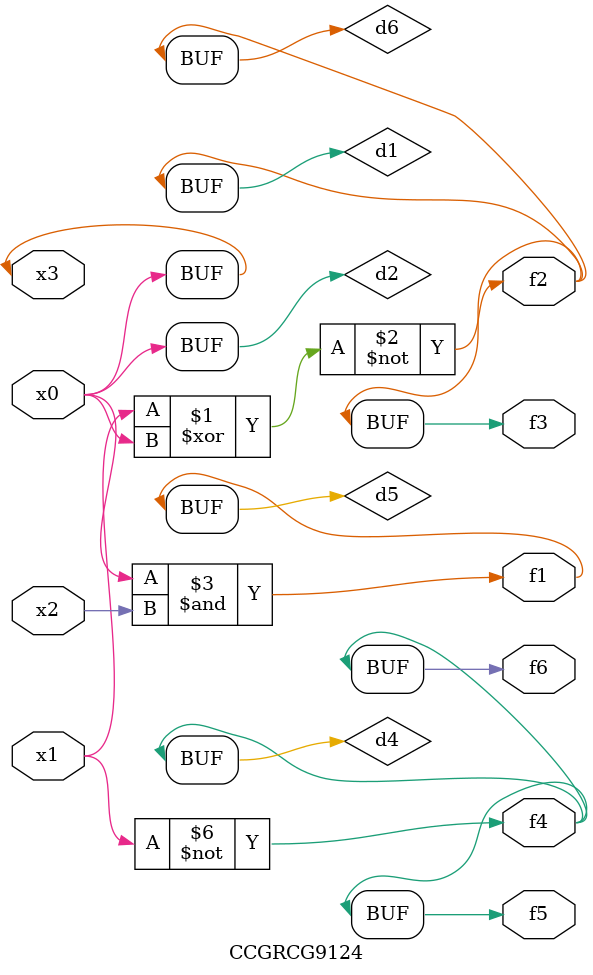
<source format=v>
module CCGRCG9124(
	input x0, x1, x2, x3,
	output f1, f2, f3, f4, f5, f6
);

	wire d1, d2, d3, d4, d5, d6;

	xnor (d1, x1, x3);
	buf (d2, x0, x3);
	nand (d3, x0, x2);
	not (d4, x1);
	nand (d5, d3);
	or (d6, d1);
	assign f1 = d5;
	assign f2 = d6;
	assign f3 = d6;
	assign f4 = d4;
	assign f5 = d4;
	assign f6 = d4;
endmodule

</source>
